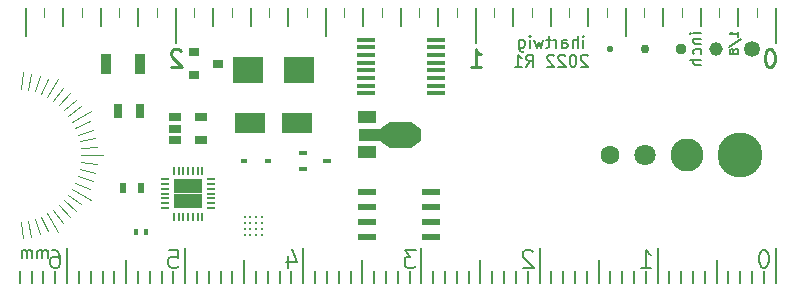
<source format=gbr>
%TF.GenerationSoftware,KiCad,Pcbnew,(6.0.5-0)*%
%TF.CreationDate,2022-12-25T00:01:23-08:00*%
%TF.ProjectId,PCBRulerSmaller,50434252-756c-4657-9253-6d616c6c6572,1.0*%
%TF.SameCoordinates,PX510ff40PY5d75c80*%
%TF.FileFunction,Copper,L2,Bot*%
%TF.FilePolarity,Positive*%
%FSLAX46Y46*%
G04 Gerber Fmt 4.6, Leading zero omitted, Abs format (unit mm)*
G04 Created by KiCad (PCBNEW (6.0.5-0)) date 2022-12-25 00:01:23*
%MOMM*%
%LPD*%
G01*
G04 APERTURE LIST*
G04 Aperture macros list*
%AMOutline4P*
0 Free polygon, 4 corners , with rotation*
0 The origin of the aperture is its center*
0 number of corners: always 4*
0 $1 to $8 corner X, Y*
0 $9 Rotation angle, in degrees counterclockwise*
0 create outline with 4 corners*
4,1,4,$1,$2,$3,$4,$5,$6,$7,$8,$1,$2,$9*%
G04 Aperture macros list end*
%ADD10C,0.152400*%
%TA.AperFunction,NonConductor*%
%ADD11C,0.152400*%
%TD*%
%ADD12C,0.150000*%
%TA.AperFunction,NonConductor*%
%ADD13C,0.150000*%
%TD*%
%ADD14C,0.250000*%
%TA.AperFunction,NonConductor*%
%ADD15C,0.250000*%
%TD*%
%TA.AperFunction,EtchedComponent*%
%ADD16C,0.150000*%
%TD*%
%TA.AperFunction,EtchedComponent*%
%ADD17C,0.120000*%
%TD*%
%TA.AperFunction,EtchedComponent*%
%ADD18C,0.100000*%
%TD*%
%TA.AperFunction,WasherPad*%
%ADD19C,0.750000*%
%TD*%
%TA.AperFunction,WasherPad*%
%ADD20C,1.150000*%
%TD*%
%TA.AperFunction,WasherPad*%
%ADD21C,0.950000*%
%TD*%
%TA.AperFunction,WasherPad*%
%ADD22C,0.550000*%
%TD*%
%TA.AperFunction,WasherPad*%
%ADD23C,1.800000*%
%TD*%
%TA.AperFunction,WasherPad*%
%ADD24C,2.800000*%
%TD*%
%TA.AperFunction,WasherPad*%
%ADD25C,1.600000*%
%TD*%
%TA.AperFunction,WasherPad*%
%ADD26C,1.350000*%
%TD*%
%TA.AperFunction,WasherPad*%
%ADD27C,3.800000*%
%TD*%
%TA.AperFunction,SMDPad,CuDef*%
%ADD28R,0.900000X1.700000*%
%TD*%
%TA.AperFunction,SMDPad,CuDef*%
%ADD29R,0.700000X1.300000*%
%TD*%
%TA.AperFunction,SMDPad,CuDef*%
%ADD30R,0.500000X0.900000*%
%TD*%
%TA.AperFunction,SMDPad,CuDef*%
%ADD31R,0.400000X0.600000*%
%TD*%
%TA.AperFunction,SMDPad,CuDef*%
%ADD32R,1.500000X0.450000*%
%TD*%
%TA.AperFunction,SMDPad,CuDef*%
%ADD33R,0.600000X0.450000*%
%TD*%
%TA.AperFunction,SMDPad,CuDef*%
%ADD34R,2.500000X1.800000*%
%TD*%
%TA.AperFunction,SMDPad,CuDef*%
%ADD35R,2.500000X2.300000*%
%TD*%
%TA.AperFunction,SMDPad,CuDef*%
%ADD36R,0.900000X0.800000*%
%TD*%
%TA.AperFunction,SMDPad,CuDef*%
%ADD37R,1.060000X0.650000*%
%TD*%
%TA.AperFunction,SMDPad,CuDef*%
%ADD38R,1.550000X0.600000*%
%TD*%
%TA.AperFunction,SMDPad,CuDef*%
%ADD39R,0.800000X0.200000*%
%TD*%
%TA.AperFunction,SMDPad,CuDef*%
%ADD40R,0.200000X0.800000*%
%TD*%
%TA.AperFunction,SMDPad,CuDef*%
%ADD41R,1.200000X1.200000*%
%TD*%
%TA.AperFunction,SMDPad,CuDef*%
%ADD42R,1.500000X1.000000*%
%TD*%
%TA.AperFunction,SMDPad,CuDef*%
%ADD43Outline4P,-0.400000X-0.500000X0.400000X-0.500000X1.100000X0.500000X-1.100000X0.500000X270.000000*%
%TD*%
%TA.AperFunction,SMDPad,CuDef*%
%ADD44R,1.840000X2.200000*%
%TD*%
%TA.AperFunction,SMDPad,CuDef*%
%ADD45Outline4P,-0.500000X-0.425000X0.500000X-0.425000X1.100000X0.425000X-1.100000X0.425000X90.000000*%
%TD*%
%TA.AperFunction,SMDPad,CuDef*%
%ADD46R,1.800000X1.000000*%
%TD*%
%TA.AperFunction,SMDPad,CuDef*%
%ADD47R,0.700000X0.450000*%
%TD*%
%TA.AperFunction,SMDPad,CuDef*%
%ADD48C,0.250000*%
%TD*%
G04 APERTURE END LIST*
D10*
D11*
X58202380Y-2166666D02*
X57535714Y-2166666D01*
X57202380Y-2166666D02*
X57250000Y-2119047D01*
X57297619Y-2166666D01*
X57250000Y-2214285D01*
X57202380Y-2166666D01*
X57297619Y-2166666D01*
X57535714Y-2642857D02*
X58202380Y-2642857D01*
X57630952Y-2642857D02*
X57583333Y-2690476D01*
X57535714Y-2785714D01*
X57535714Y-2928571D01*
X57583333Y-3023809D01*
X57678571Y-3071428D01*
X58202380Y-3071428D01*
X58154761Y-3976190D02*
X58202380Y-3880952D01*
X58202380Y-3690476D01*
X58154761Y-3595238D01*
X58107142Y-3547619D01*
X58011904Y-3500000D01*
X57726190Y-3500000D01*
X57630952Y-3547619D01*
X57583333Y-3595238D01*
X57535714Y-3690476D01*
X57535714Y-3880952D01*
X57583333Y-3976190D01*
X58202380Y-4404761D02*
X57202380Y-4404761D01*
X58202380Y-4833333D02*
X57678571Y-4833333D01*
X57583333Y-4785714D01*
X57535714Y-4690476D01*
X57535714Y-4547619D01*
X57583333Y-4452380D01*
X57630952Y-4404761D01*
D12*
D13*
X2845238Y-21202380D02*
X2845238Y-20535714D01*
X2845238Y-20630952D02*
X2797619Y-20583333D01*
X2702380Y-20535714D01*
X2559523Y-20535714D01*
X2464285Y-20583333D01*
X2416666Y-20678571D01*
X2416666Y-21202380D01*
X2416666Y-20678571D02*
X2369047Y-20583333D01*
X2273809Y-20535714D01*
X2130952Y-20535714D01*
X2035714Y-20583333D01*
X1988095Y-20678571D01*
X1988095Y-21202380D01*
X1511904Y-21202380D02*
X1511904Y-20535714D01*
X1511904Y-20630952D02*
X1464285Y-20583333D01*
X1369047Y-20535714D01*
X1226190Y-20535714D01*
X1130952Y-20583333D01*
X1083333Y-20678571D01*
X1083333Y-21202380D01*
X1083333Y-20678571D02*
X1035714Y-20583333D01*
X940476Y-20535714D01*
X797619Y-20535714D01*
X702380Y-20583333D01*
X654761Y-20678571D01*
X654761Y-21202380D01*
D10*
D11*
X48214285Y-3397380D02*
X48214285Y-2730714D01*
X48214285Y-2397380D02*
X48261904Y-2445000D01*
X48214285Y-2492619D01*
X48166666Y-2445000D01*
X48214285Y-2397380D01*
X48214285Y-2492619D01*
X47738095Y-3397380D02*
X47738095Y-2397380D01*
X47309523Y-3397380D02*
X47309523Y-2873571D01*
X47357142Y-2778333D01*
X47452380Y-2730714D01*
X47595238Y-2730714D01*
X47690476Y-2778333D01*
X47738095Y-2825952D01*
X46404761Y-3397380D02*
X46404761Y-2873571D01*
X46452380Y-2778333D01*
X46547619Y-2730714D01*
X46738095Y-2730714D01*
X46833333Y-2778333D01*
X46404761Y-3349761D02*
X46500000Y-3397380D01*
X46738095Y-3397380D01*
X46833333Y-3349761D01*
X46880952Y-3254523D01*
X46880952Y-3159285D01*
X46833333Y-3064047D01*
X46738095Y-3016428D01*
X46500000Y-3016428D01*
X46404761Y-2968809D01*
X45928571Y-3397380D02*
X45928571Y-2730714D01*
X45928571Y-2921190D02*
X45880952Y-2825952D01*
X45833333Y-2778333D01*
X45738095Y-2730714D01*
X45642857Y-2730714D01*
X45452380Y-2730714D02*
X45071428Y-2730714D01*
X45309523Y-2397380D02*
X45309523Y-3254523D01*
X45261904Y-3349761D01*
X45166666Y-3397380D01*
X45071428Y-3397380D01*
X44833333Y-2730714D02*
X44642857Y-3397380D01*
X44452380Y-2921190D01*
X44261904Y-3397380D01*
X44071428Y-2730714D01*
X43690476Y-3397380D02*
X43690476Y-2730714D01*
X43690476Y-2397380D02*
X43738095Y-2445000D01*
X43690476Y-2492619D01*
X43642857Y-2445000D01*
X43690476Y-2397380D01*
X43690476Y-2492619D01*
X42785714Y-2730714D02*
X42785714Y-3540238D01*
X42833333Y-3635476D01*
X42880952Y-3683095D01*
X42976190Y-3730714D01*
X43119047Y-3730714D01*
X43214285Y-3683095D01*
X42785714Y-3349761D02*
X42880952Y-3397380D01*
X43071428Y-3397380D01*
X43166666Y-3349761D01*
X43214285Y-3302142D01*
X43261904Y-3206904D01*
X43261904Y-2921190D01*
X43214285Y-2825952D01*
X43166666Y-2778333D01*
X43071428Y-2730714D01*
X42880952Y-2730714D01*
X42785714Y-2778333D01*
X48571428Y-4102619D02*
X48523809Y-4055000D01*
X48428571Y-4007380D01*
X48190476Y-4007380D01*
X48095238Y-4055000D01*
X48047619Y-4102619D01*
X48000000Y-4197857D01*
X48000000Y-4293095D01*
X48047619Y-4435952D01*
X48619047Y-5007380D01*
X48000000Y-5007380D01*
X47380952Y-4007380D02*
X47285714Y-4007380D01*
X47190476Y-4055000D01*
X47142857Y-4102619D01*
X47095238Y-4197857D01*
X47047619Y-4388333D01*
X47047619Y-4626428D01*
X47095238Y-4816904D01*
X47142857Y-4912142D01*
X47190476Y-4959761D01*
X47285714Y-5007380D01*
X47380952Y-5007380D01*
X47476190Y-4959761D01*
X47523809Y-4912142D01*
X47571428Y-4816904D01*
X47619047Y-4626428D01*
X47619047Y-4388333D01*
X47571428Y-4197857D01*
X47523809Y-4102619D01*
X47476190Y-4055000D01*
X47380952Y-4007380D01*
X46666666Y-4102619D02*
X46619047Y-4055000D01*
X46523809Y-4007380D01*
X46285714Y-4007380D01*
X46190476Y-4055000D01*
X46142857Y-4102619D01*
X46095238Y-4197857D01*
X46095238Y-4293095D01*
X46142857Y-4435952D01*
X46714285Y-5007380D01*
X46095238Y-5007380D01*
X45714285Y-4102619D02*
X45666666Y-4055000D01*
X45571428Y-4007380D01*
X45333333Y-4007380D01*
X45238095Y-4055000D01*
X45190476Y-4102619D01*
X45142857Y-4197857D01*
X45142857Y-4293095D01*
X45190476Y-4435952D01*
X45761904Y-5007380D01*
X45142857Y-5007380D01*
X43380952Y-5007380D02*
X43714285Y-4531190D01*
X43952380Y-5007380D02*
X43952380Y-4007380D01*
X43571428Y-4007380D01*
X43476190Y-4055000D01*
X43428571Y-4102619D01*
X43380952Y-4197857D01*
X43380952Y-4340714D01*
X43428571Y-4435952D01*
X43476190Y-4483571D01*
X43571428Y-4531190D01*
X43952380Y-4531190D01*
X42428571Y-5007380D02*
X43000000Y-5007380D01*
X42714285Y-5007380D02*
X42714285Y-4007380D01*
X42809523Y-4150238D01*
X42904761Y-4245476D01*
X43000000Y-4293095D01*
D12*
%TO.C,REF\u002A\u002A*%
D13*
X3214285Y-20516071D02*
X3500000Y-20516071D01*
X3642857Y-20587500D01*
X3714285Y-20658928D01*
X3857142Y-20873214D01*
X3928571Y-21158928D01*
X3928571Y-21730357D01*
X3857142Y-21873214D01*
X3785714Y-21944642D01*
X3642857Y-22016071D01*
X3357142Y-22016071D01*
X3214285Y-21944642D01*
X3142857Y-21873214D01*
X3071428Y-21730357D01*
X3071428Y-21373214D01*
X3142857Y-21230357D01*
X3214285Y-21158928D01*
X3357142Y-21087500D01*
X3642857Y-21087500D01*
X3785714Y-21158928D01*
X3857142Y-21230357D01*
X3928571Y-21373214D01*
D12*
D13*
X63571428Y-20516071D02*
X63428571Y-20516071D01*
X63285714Y-20587500D01*
X63214285Y-20658928D01*
X63142857Y-20801785D01*
X63071428Y-21087500D01*
X63071428Y-21444642D01*
X63142857Y-21730357D01*
X63214285Y-21873214D01*
X63285714Y-21944642D01*
X63428571Y-22016071D01*
X63571428Y-22016071D01*
X63714285Y-21944642D01*
X63785714Y-21873214D01*
X63857142Y-21730357D01*
X63928571Y-21444642D01*
X63928571Y-21087500D01*
X63857142Y-20801785D01*
X63785714Y-20658928D01*
X63714285Y-20587500D01*
X63571428Y-20516071D01*
D12*
D13*
X23214285Y-21016071D02*
X23214285Y-22016071D01*
X23571428Y-20444642D02*
X23928571Y-21516071D01*
X23000000Y-21516071D01*
D12*
D13*
X34000000Y-20516071D02*
X33071428Y-20516071D01*
X33571428Y-21087500D01*
X33357142Y-21087500D01*
X33214285Y-21158928D01*
X33142857Y-21230357D01*
X33071428Y-21373214D01*
X33071428Y-21730357D01*
X33142857Y-21873214D01*
X33214285Y-21944642D01*
X33357142Y-22016071D01*
X33785714Y-22016071D01*
X33928571Y-21944642D01*
X34000000Y-21873214D01*
D12*
D13*
X53071428Y-22016071D02*
X53928571Y-22016071D01*
X53500000Y-22016071D02*
X53500000Y-20516071D01*
X53642857Y-20730357D01*
X53785714Y-20873214D01*
X53928571Y-20944642D01*
D12*
D13*
X43928571Y-20658928D02*
X43857142Y-20587500D01*
X43714285Y-20516071D01*
X43357142Y-20516071D01*
X43214285Y-20587500D01*
X43142857Y-20658928D01*
X43071428Y-20801785D01*
X43071428Y-20944642D01*
X43142857Y-21158928D01*
X44000000Y-22016071D01*
X43071428Y-22016071D01*
D12*
D13*
X13142857Y-20516071D02*
X13857142Y-20516071D01*
X13928571Y-21230357D01*
X13857142Y-21158928D01*
X13714285Y-21087500D01*
X13357142Y-21087500D01*
X13214285Y-21158928D01*
X13142857Y-21230357D01*
X13071428Y-21373214D01*
X13071428Y-21730357D01*
X13142857Y-21873214D01*
X13214285Y-21944642D01*
X13357142Y-22016071D01*
X13714285Y-22016071D01*
X13857142Y-21944642D01*
X13928571Y-21873214D01*
D14*
D15*
X38671428Y-5044196D02*
X39528571Y-5044196D01*
X39100000Y-5044196D02*
X39100000Y-3544196D01*
X39242857Y-3758482D01*
X39385714Y-3901339D01*
X39528571Y-3972767D01*
D14*
D15*
X64071428Y-3544196D02*
X63928571Y-3544196D01*
X63785714Y-3615625D01*
X63714285Y-3687053D01*
X63642857Y-3829910D01*
X63571428Y-4115625D01*
X63571428Y-4472767D01*
X63642857Y-4758482D01*
X63714285Y-4901339D01*
X63785714Y-4972767D01*
X63928571Y-5044196D01*
X64071428Y-5044196D01*
X64214285Y-4972767D01*
X64285714Y-4901339D01*
X64357142Y-4758482D01*
X64428571Y-4472767D01*
X64428571Y-4115625D01*
X64357142Y-3829910D01*
X64285714Y-3687053D01*
X64214285Y-3615625D01*
X64071428Y-3544196D01*
D14*
D15*
X14128571Y-3687053D02*
X14057142Y-3615625D01*
X13914285Y-3544196D01*
X13557142Y-3544196D01*
X13414285Y-3615625D01*
X13342857Y-3687053D01*
X13271428Y-3829910D01*
X13271428Y-3972767D01*
X13342857Y-4187053D01*
X14200000Y-5044196D01*
X13271428Y-5044196D01*
D12*
D13*
X61339285Y-2464285D02*
X61339285Y-2035714D01*
X61339285Y-2250000D02*
X60589285Y-2250000D01*
X60696428Y-2178571D01*
X60767857Y-2107142D01*
X60803571Y-2035714D01*
X60553571Y-3321428D02*
X61517857Y-2678571D01*
X60910714Y-3678571D02*
X60875000Y-3607142D01*
X60839285Y-3571428D01*
X60767857Y-3535714D01*
X60732142Y-3535714D01*
X60660714Y-3571428D01*
X60625000Y-3607142D01*
X60589285Y-3678571D01*
X60589285Y-3821428D01*
X60625000Y-3892857D01*
X60660714Y-3928571D01*
X60732142Y-3964285D01*
X60767857Y-3964285D01*
X60839285Y-3928571D01*
X60875000Y-3892857D01*
X60910714Y-3821428D01*
X60910714Y-3678571D01*
X60946428Y-3607142D01*
X60982142Y-3571428D01*
X61053571Y-3535714D01*
X61196428Y-3535714D01*
X61267857Y-3571428D01*
X61303571Y-3607142D01*
X61339285Y-3678571D01*
X61339285Y-3821428D01*
X61303571Y-3892857D01*
X61267857Y-3928571D01*
X61196428Y-3964285D01*
X61053571Y-3964285D01*
X60982142Y-3928571D01*
X60946428Y-3892857D01*
X60910714Y-3821428D01*
D16*
X46500000Y-23337500D02*
X46500000Y-22337500D01*
X53500000Y-23337500D02*
X53500000Y-22337500D01*
X16500000Y-23337500D02*
X16500000Y-22337500D01*
X21500000Y-23337500D02*
X21500000Y-22337500D01*
X10500000Y-23337500D02*
X10500000Y-22337500D01*
X40500000Y-23337500D02*
X40500000Y-22337500D01*
X31500000Y-23337500D02*
X31500000Y-22337500D01*
X500000Y-23337500D02*
X500000Y-22337500D01*
X50500000Y-23337500D02*
X50500000Y-22337500D01*
X30500000Y-23337500D02*
X30500000Y-22337500D01*
X55500000Y-23337500D02*
X55500000Y-22337500D01*
X42500000Y-23337500D02*
X42500000Y-22337500D01*
X15500000Y-23337500D02*
X15500000Y-22337500D01*
X3500000Y-23337500D02*
X3500000Y-22337500D01*
X38500000Y-23337500D02*
X38500000Y-22337500D01*
X22500000Y-23337500D02*
X22500000Y-22337500D01*
X54500000Y-23337500D02*
X54500000Y-20337500D01*
X61500000Y-23337500D02*
X61500000Y-22337500D01*
X33500000Y-23337500D02*
X33500000Y-22337500D01*
X11500000Y-23337500D02*
X11500000Y-22337500D01*
X39500000Y-23337500D02*
X39500000Y-21337500D01*
X12500000Y-23337500D02*
X12500000Y-22337500D01*
X35500000Y-23337500D02*
X35500000Y-22337500D01*
X41500000Y-23337500D02*
X41500000Y-22337500D01*
X18500000Y-23337500D02*
X18500000Y-22337500D01*
X63500000Y-23337500D02*
X63500000Y-22337500D01*
X24500000Y-23337500D02*
X24500000Y-20337500D01*
X27500000Y-23337500D02*
X27500000Y-22337500D01*
X6500000Y-23337500D02*
X6500000Y-22337500D01*
X13500000Y-23337500D02*
X13500000Y-22337500D01*
X51500000Y-23337500D02*
X51500000Y-22337500D01*
X64500000Y-23337500D02*
X64500000Y-20337500D01*
X52500000Y-23337500D02*
X52500000Y-22337500D01*
X4500000Y-23337500D02*
X4500000Y-20337500D01*
X56500000Y-23337500D02*
X56500000Y-22337500D01*
X49500000Y-23337500D02*
X49500000Y-21337500D01*
X8500000Y-23337500D02*
X8500000Y-22337500D01*
X34500000Y-23337500D02*
X34500000Y-20337500D01*
X20500000Y-23337500D02*
X20500000Y-22337500D01*
X2500000Y-23337500D02*
X2500000Y-22337500D01*
X48500000Y-23337500D02*
X48500000Y-22337500D01*
X17500000Y-23337500D02*
X17500000Y-22337500D01*
X9500000Y-23337500D02*
X9500000Y-21337500D01*
X7500000Y-23337500D02*
X7500000Y-22337500D01*
X26500000Y-23337500D02*
X26500000Y-22337500D01*
X45500000Y-23337500D02*
X45500000Y-22337500D01*
X1500000Y-23337500D02*
X1500000Y-22337500D01*
X60500000Y-23337500D02*
X60500000Y-22337500D01*
X28500000Y-23337500D02*
X28500000Y-22337500D01*
X43500000Y-23337500D02*
X43500000Y-22337500D01*
X59500000Y-23337500D02*
X59500000Y-21337500D01*
X37500000Y-23337500D02*
X37500000Y-22337500D01*
X58500000Y-23337500D02*
X58500000Y-22337500D01*
X14500000Y-23337500D02*
X14500000Y-20337500D01*
X47500000Y-23337500D02*
X47500000Y-22337500D01*
X5500000Y-23337500D02*
X5500000Y-22337500D01*
X32500000Y-23337500D02*
X32500000Y-22337500D01*
X62500000Y-23337500D02*
X62500000Y-22337500D01*
X23500000Y-23337500D02*
X23500000Y-22337500D01*
X36500000Y-23337500D02*
X36500000Y-22337500D01*
X25500000Y-23337500D02*
X25500000Y-22337500D01*
X57500000Y-23337500D02*
X57500000Y-22337500D01*
X19500000Y-23337500D02*
X19500000Y-21337500D01*
X29500000Y-23337500D02*
X29500000Y-21337500D01*
X44500000Y-23337500D02*
X44500000Y-20337500D01*
D17*
X47037500Y0D02*
X47037500Y-793750D01*
D16*
X35925000Y0D02*
X35925000Y-1587500D01*
X16875000Y0D02*
X16875000Y-1587500D01*
D17*
X5762500Y0D02*
X5762500Y-793750D01*
D16*
X54975000Y0D02*
X54975000Y-1587500D01*
X1000000Y0D02*
X1000000Y-2381250D01*
D17*
X15287500Y0D02*
X15287500Y-793750D01*
X31162500Y0D02*
X31162500Y-793750D01*
D16*
X23225000Y0D02*
X23225000Y-1587500D01*
D17*
X34337500Y0D02*
X34337500Y-793750D01*
D16*
X58150000Y0D02*
X58150000Y-1587500D01*
X51800000Y0D02*
X51800000Y-2381250D01*
X32750000Y0D02*
X32750000Y-1587500D01*
D17*
X56562500Y0D02*
X56562500Y-793750D01*
D16*
X39100000Y0D02*
X39100000Y-3000000D01*
X64500000Y0D02*
X64500000Y-3000000D01*
X61325000Y0D02*
X61325000Y-1587500D01*
D17*
X62912500Y0D02*
X62912500Y-793750D01*
D16*
X29575000Y0D02*
X29575000Y-1587500D01*
D17*
X12112500Y0D02*
X12112500Y-793750D01*
X18462500Y0D02*
X18462500Y-793750D01*
X53387500Y0D02*
X53387500Y-793750D01*
D16*
X4175000Y0D02*
X4175000Y-1587500D01*
X20050000Y0D02*
X20050000Y-1587500D01*
D17*
X8937500Y0D02*
X8937500Y-793750D01*
X43862500Y0D02*
X43862500Y-793750D01*
D16*
X48625000Y0D02*
X48625000Y-1587500D01*
X7350000Y0D02*
X7350000Y-1587500D01*
X26400000Y0D02*
X26400000Y-2381250D01*
D17*
X37512500Y0D02*
X37512500Y-793750D01*
X21637500Y0D02*
X21637500Y-793750D01*
X50212500Y0D02*
X50212500Y-793750D01*
X40687500Y0D02*
X40687500Y-793750D01*
X27987500Y0D02*
X27987500Y-793750D01*
D16*
X42275000Y0D02*
X42275000Y-1587500D01*
D17*
X2587500Y0D02*
X2587500Y-793750D01*
D16*
X45450000Y0D02*
X45450000Y-1587500D01*
D17*
X24812500Y0D02*
X24812500Y-793750D01*
D16*
X13700000Y0D02*
X13700000Y-3000000D01*
D17*
X59737500Y0D02*
X59737500Y-793750D01*
D16*
X10525000Y0D02*
X10525000Y-1587500D01*
D18*
X1181312Y-6949174D02*
X1464823Y-5615337D01*
X3339708Y-7910137D02*
X4141232Y-6806931D01*
X3801919Y-8284415D02*
X4714345Y-7271041D01*
X593960Y-6856141D02*
X736484Y-5499957D01*
X2840935Y-7586217D02*
X3750027Y-6011641D01*
X1755773Y-7103090D02*
X2177188Y-5806212D01*
X2311054Y-7316216D02*
X2865630Y-6070473D01*
X4222436Y-8704953D02*
X5235824Y-7792500D01*
X5557691Y-13688158D02*
X6891528Y-13971667D01*
X4920621Y-15347717D02*
X6495224Y-16256809D01*
X5403749Y-10751047D02*
X6700652Y-10329656D01*
X1755773Y-17910595D02*
X2177188Y-19207428D01*
X5650717Y-13100741D02*
X7006882Y-13243265D01*
X593960Y-18157543D02*
X736484Y-19513707D01*
X5190623Y-14817835D02*
X6436366Y-15372476D01*
X4920621Y-9665910D02*
X6495224Y-8756818D01*
X1181312Y-18064473D02*
X1464823Y-19398316D01*
X5557691Y-11325533D02*
X6891528Y-11042023D01*
X4596708Y-15846489D02*
X5699901Y-16648077D01*
X3339708Y-17103554D02*
X4141232Y-18206740D01*
X5650717Y-11912950D02*
X7006882Y-11770361D01*
X2840935Y-17427409D02*
X3750027Y-19002043D01*
X4222436Y-16308700D02*
X5235824Y-17221191D01*
X5681839Y-12506846D02*
X7500028Y-12506846D01*
X4596708Y-9167125D02*
X5699901Y-8365619D01*
X3801919Y-16729282D02*
X4714345Y-17742605D01*
X2311054Y-17697448D02*
X2865630Y-18943161D01*
X5190623Y-10195810D02*
X6436366Y-9641183D01*
X5403749Y-14262618D02*
X6700652Y-14683969D01*
%TD*%
D19*
%TO.P,REF\u002A\u002A,*%
%TO.N,*%
X53450000Y-3500000D03*
D20*
X59450000Y-3500000D03*
D21*
X56450000Y-3500000D03*
D22*
X50450000Y-3500000D03*
D23*
X53450000Y-12500000D03*
D24*
X56950000Y-12500000D03*
D25*
X50450000Y-12500000D03*
D26*
X62450000Y-3500000D03*
D27*
X61450000Y-12500000D03*
%TD*%
D28*
%TO.P,1206,1*%
%TO.N,N/C*%
X10700000Y-4750000D03*
%TO.P,1206,2*%
X7800000Y-4750000D03*
%TD*%
D29*
%TO.P,0805,1*%
%TO.N,N/C*%
X10700000Y-8750000D03*
%TO.P,0805,2*%
X8800000Y-8750000D03*
%TD*%
D30*
%TO.P,0603,2*%
%TO.N,N/C*%
X9250000Y-15250000D03*
%TO.P,0603,1*%
X10750000Y-15250000D03*
%TD*%
D31*
%TO.P,0402,2*%
%TO.N,N/C*%
X10300000Y-19000000D03*
%TO.P,0402,1*%
X11200000Y-19000000D03*
%TD*%
D32*
%TO.P,TSSOP,1*%
%TO.N,N/C*%
X29800000Y-7275000D03*
%TO.P,TSSOP,2*%
X29800000Y-6625000D03*
%TO.P,TSSOP,3*%
X29800000Y-5975000D03*
%TO.P,TSSOP,4*%
X29800000Y-5325000D03*
%TO.P,TSSOP,5*%
X29800000Y-4675000D03*
%TO.P,TSSOP,6*%
X29800000Y-4025000D03*
%TO.P,TSSOP,7*%
X29800000Y-3375000D03*
%TO.P,TSSOP,8*%
X29800000Y-2725000D03*
%TO.P,TSSOP,9*%
X35700000Y-2725000D03*
%TO.P,TSSOP,10*%
X35700000Y-3375000D03*
%TO.P,TSSOP,11*%
X35700000Y-4025000D03*
%TO.P,TSSOP,12*%
X35700000Y-4675000D03*
%TO.P,TSSOP,13*%
X35700000Y-5325000D03*
%TO.P,TSSOP,14*%
X35700000Y-5975000D03*
%TO.P,TSSOP,15*%
X35700000Y-6625000D03*
%TO.P,TSSOP,16*%
X35700000Y-7275000D03*
%TD*%
D33*
%TO.P,SOD323,1*%
%TO.N,N/C*%
X19450000Y-13000000D03*
%TO.P,SOD323,2*%
X21550000Y-13000000D03*
%TD*%
D34*
%TO.P,SMA,1*%
%TO.N,N/C*%
X20000000Y-9750000D03*
%TO.P,SMA,2*%
X24000000Y-9750000D03*
%TD*%
D35*
%TO.P,SMB,1*%
%TO.N,N/C*%
X19850000Y-5250000D03*
%TO.P,SMB,2*%
X24150000Y-5250000D03*
%TD*%
D36*
%TO.P,SOT23,3*%
%TO.N,N/C*%
X17250000Y-4750000D03*
%TO.P,SOT23,2*%
X15250000Y-3800000D03*
%TO.P,SOT23,1*%
X15250000Y-5700000D03*
%TD*%
D37*
%TO.P,SOT23-5,5*%
%TO.N,N/C*%
X15850000Y-11200000D03*
%TO.P,SOT23-5,4*%
X15850000Y-9300000D03*
%TO.P,SOT23-5,3*%
X13650000Y-9300000D03*
%TO.P,SOT23-5,2*%
X13650000Y-10250000D03*
%TO.P,SOT23-5,1*%
X13650000Y-11200000D03*
%TD*%
D38*
%TO.P,SOIC8,1*%
%TO.N,N/C*%
X29925000Y-19405000D03*
%TO.P,SOIC8,2*%
X29925000Y-18135000D03*
%TO.P,SOIC8,3*%
X29925000Y-16865000D03*
%TO.P,SOIC8,4*%
X29925000Y-15595000D03*
%TO.P,SOIC8,5*%
X35325000Y-15595000D03*
%TO.P,SOIC8,6*%
X35325000Y-16865000D03*
%TO.P,SOIC8,7*%
X35325000Y-18135000D03*
%TO.P,SOIC8,8*%
X35325000Y-19405000D03*
%TD*%
D39*
%TO.P,QFN28,1*%
%TO.N,N/C*%
X12800000Y-16950000D03*
%TO.P,QFN28,2*%
X12800000Y-16550000D03*
%TO.P,QFN28,3*%
X12800000Y-16150000D03*
%TO.P,QFN28,4*%
X12800000Y-15750000D03*
%TO.P,QFN28,5*%
X12800000Y-15350000D03*
%TO.P,QFN28,6*%
X12800000Y-14950000D03*
%TO.P,QFN28,7*%
X12800000Y-14550000D03*
D40*
%TO.P,QFN28,8*%
X13550000Y-13800000D03*
%TO.P,QFN28,9*%
X13950000Y-13800000D03*
%TO.P,QFN28,10*%
X14350000Y-13800000D03*
%TO.P,QFN28,11*%
X14750000Y-13800000D03*
%TO.P,QFN28,12*%
X15150000Y-13800000D03*
%TO.P,QFN28,13*%
X15550000Y-13800000D03*
%TO.P,QFN28,14*%
X15950000Y-13800000D03*
D39*
%TO.P,QFN28,15*%
X16700000Y-14550000D03*
%TO.P,QFN28,16*%
X16700000Y-14950000D03*
%TO.P,QFN28,17*%
X16700000Y-15350000D03*
%TO.P,QFN28,18*%
X16700000Y-15750000D03*
%TO.P,QFN28,19*%
X16700000Y-16150000D03*
%TO.P,QFN28,20*%
X16700000Y-16550000D03*
%TO.P,QFN28,21*%
X16700000Y-16950000D03*
D40*
%TO.P,QFN28,22*%
X15950000Y-17700000D03*
%TO.P,QFN28,23*%
X15550000Y-17700000D03*
%TO.P,QFN28,24*%
X15150000Y-17700000D03*
%TO.P,QFN28,25*%
X14750000Y-17700000D03*
%TO.P,QFN28,26*%
X14350000Y-17700000D03*
%TO.P,QFN28,27*%
X13950000Y-17700000D03*
%TO.P,QFN28,28*%
X13550000Y-17700000D03*
D41*
%TO.P,QFN28,29*%
X14150000Y-15150000D03*
X15350000Y-16350000D03*
X15350000Y-15150000D03*
X14150000Y-16350000D03*
%TD*%
D42*
%TO.P,SOT89,1*%
%TO.N,N/C*%
X29895000Y-12250000D03*
D43*
%TO.P,SOT89,2*%
X31298800Y-10750000D03*
D44*
X32708500Y-10750000D03*
D45*
X34042000Y-10750000D03*
D46*
X30041500Y-10750000D03*
D42*
%TO.P,SOT89,3*%
X29895000Y-9250000D03*
%TD*%
D47*
%TO.P,SC70/,1*%
%TO.N,N/C*%
X24500000Y-13650000D03*
%TO.P,SC70/,2*%
X24500000Y-12350000D03*
%TO.P,SC70/,3*%
X26500000Y-13000000D03*
%TD*%
D48*
%TO.P,BGA16,A1*%
%TO.N,N/C*%
X19525000Y-19250000D03*
%TO.P,BGA16,A2*%
X20025000Y-19250000D03*
%TO.P,BGA16,A3*%
X20525000Y-19250000D03*
%TO.P,BGA16,A4*%
X21025000Y-19250000D03*
%TO.P,BGA16,B1*%
X19525000Y-18750000D03*
%TO.P,BGA16,B2*%
X20025000Y-18750000D03*
%TO.P,BGA16,B3*%
X20525000Y-18750000D03*
%TO.P,BGA16,B4*%
X21025000Y-18750000D03*
%TO.P,BGA16,C1*%
X19525000Y-18250000D03*
%TO.P,BGA16,C2*%
X20025000Y-18250000D03*
%TO.P,BGA16,C3*%
X20525000Y-18250000D03*
%TO.P,BGA16,C4*%
X21025000Y-18250000D03*
%TO.P,BGA16,D1*%
X19525000Y-17750000D03*
%TO.P,BGA16,D2*%
X20025000Y-17750000D03*
%TO.P,BGA16,D3*%
X20525000Y-17750000D03*
%TO.P,BGA16,D4*%
X21025000Y-17750000D03*
%TD*%
M02*

</source>
